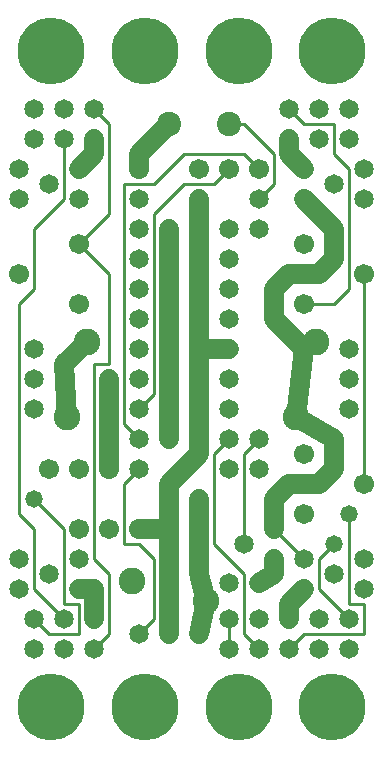
<source format=gtl>
%MOIN*%
%FSLAX25Y25*%
G04 D10 used for Character Trace; *
G04     Circle (OD=.01000) (No hole)*
G04 D11 used for Power Trace; *
G04     Circle (OD=.06700) (No hole)*
G04 D12 used for Signal Trace; *
G04     Circle (OD=.01100) (No hole)*
G04 D13 used for Via; *
G04     Circle (OD=.05800) (Round. Hole ID=.02800)*
G04 D14 used for Component hole; *
G04     Circle (OD=.06500) (Round. Hole ID=.03500)*
G04 D15 used for Component hole; *
G04     Circle (OD=.06700) (Round. Hole ID=.04300)*
G04 D16 used for Component hole; *
G04     Circle (OD=.08100) (Round. Hole ID=.05100)*
G04 D17 used for Component hole; *
G04     Circle (OD=.08900) (Round. Hole ID=.05900)*
G04 D18 used for Component hole; *
G04     Circle (OD=.11300) (Round. Hole ID=.08300)*
G04 D19 used for Component hole; *
G04     Circle (OD=.16000) (Round. Hole ID=.13000)*
G04 D20 used for Component hole; *
G04     Circle (OD=.18300) (Round. Hole ID=.15300)*
G04 D21 used for Component hole; *
G04     Circle (OD=.22291) (Round. Hole ID=.19291)*
%ADD10C,.01000*%
%ADD11C,.06700*%
%ADD12C,.01100*%
%ADD13C,.05800*%
%ADD14C,.06500*%
%ADD15C,.06700*%
%ADD16C,.08100*%
%ADD17C,.08900*%
%ADD18C,.11300*%
%ADD19C,.16000*%
%ADD20C,.18300*%
%ADD21C,.22291*%
%IPPOS*%
%LPD*%
G90*X0Y0D02*D21*X15625Y15625D03*D14*              
X30000Y35000D03*D12*X35000Y40000D01*Y60000D01*    
X30000Y65000D01*Y130000D01*X35000D01*Y160000D01*  
X25000Y170000D01*D15*D03*D12*X35000Y180000D01*    
Y210000D01*X30000Y215000D01*D14*D03*              
X20000Y205000D03*D12*Y185000D01*X10000Y175000D01* 
Y155000D01*X5000Y150000D01*Y80000D01*             
X10000Y75000D01*Y55000D01*X20000Y45000D01*D14*D03*
D12*X15000Y40000D02*X25000D01*X15000D02*          
X10000Y45000D01*D14*D03*X20000Y35000D03*X10000D03*
D12*X20000Y50000D02*X25000D01*Y40000D01*D14*      
X30000Y45000D03*D11*Y55000D01*X25000D01*D14*D03*  
D12*X20000Y50000D02*Y75000D01*X10000Y85000D01*D13*
D03*D15*X15000Y95000D03*X25000Y75000D03*Y95000D03*
D14*X5000Y65000D03*X25000D03*D15*X35000Y75000D03* 
D14*X15000Y60000D03*D15*X35000Y95000D03*D11*      
Y125000D01*D13*D03*D14*X45000Y115000D03*D12*      
X50000Y120000D01*Y180000D01*X60000Y190000D01*     
X70000D01*X75000Y195000D01*D15*D03*D12*X85000D02* 
X80000Y200000D01*D15*X85000Y195000D03*D12*        
Y185000D02*X90000Y190000D01*D14*X85000Y185000D03* 
D12*X90000Y190000D02*Y200000D01*X80000Y210000D01* 
X75000D01*D16*D03*D12*X60000Y200000D02*X80000D01* 
X50000Y190000D02*X60000Y200000D01*                
X40000Y190000D02*X50000D01*X40000Y110000D02*      
Y190000D01*X45000Y105000D02*X40000Y110000D01*D14* 
X45000Y105000D03*D13*X55000D03*D11*Y135000D01*D13*
D03*D11*Y175000D01*D13*D03*D14*X65000Y185000D03*  
D11*Y135000D01*Y100000D01*X55000Y90000D01*        
Y75000D01*Y40000D01*D14*D03*D12*X45000D02*        
X50000Y45000D01*D14*X45000Y40000D03*D12*          
X50000Y45000D02*Y65000D01*X45000Y70000D01*        
X40000D01*Y90000D01*X45000Y95000D01*D14*D03*D15*  
X65000Y75000D03*D11*Y60000D01*D13*D03*D11*        
X67400Y51000D01*D17*D03*D11*X65000Y40000D01*D14*  
D03*X75000Y35000D03*D12*Y45000D01*D14*D03*D12*    
X85000Y35000D02*X80000Y40000D01*D14*              
X85000Y35000D03*D12*X80000Y40000D02*Y60000D01*    
X70000Y70000D01*Y100000D01*X75000Y105000D01*D14*  
D03*D12*X80000Y70000D02*Y100000D01*D14*Y70000D03* 
D11*X85000Y57000D02*X90000Y60000D01*D14*          
X85000Y57000D03*D11*X90000Y60000D02*Y65000D01*D14*
D03*X100000Y55000D03*D11*X95000Y50000D01*         
Y45000D01*D14*D03*D12*Y35000D02*X100000Y40000D01* 
D14*X95000Y35000D03*D12*X100000Y40000D02*         
X120000D01*Y50000D01*X115000D01*Y80000D01*D13*D03*
D11*X95000Y90000D02*X105000D01*X90000Y85000D02*   
X95000Y90000D01*D13*X90000Y85000D03*D11*Y75000D01*
D14*D03*D12*X100000Y65000D01*D14*D03*D12*         
X105000Y55000D02*Y65000D01*X115000Y45000D02*      
X105000Y55000D01*D14*X115000Y45000D03*            
X105000Y35000D03*X120000Y55000D03*                
X105000Y45000D03*X115000Y35000D03*                
X110000Y60000D03*X120000Y65000D03*D12*X105000D02* 
X110000Y70000D01*D13*D03*D15*X100000Y80000D03*    
X120000Y90000D03*D12*Y160000D01*D15*D03*D12*      
X110000Y150000D02*X115000Y155000D01*              
X100000Y150000D02*X110000D01*D15*X100000D03*D11*  
X95000Y160000D02*X105000D01*X90000Y155000D02*     
X95000Y160000D01*X90000Y145000D02*Y155000D01*     
X100000Y135000D02*X90000Y145000D01*               
X97300Y112600D02*X100000Y135000D01*D17*           
X97300Y112600D03*D11*X110000Y105000D01*Y95000D01* 
X105000Y90000D01*D15*X100000Y100000D03*D14*       
X85000Y105000D03*D12*X80000Y100000D01*D14*        
X85000Y95000D03*X75000D03*D13*X65000Y85000D03*D11*
Y75000D01*X45000D02*X55000D01*D15*X45000D03*D17*  
X42600Y57700D03*D14*X75000Y57000D03*              
X85000Y45000D03*X75000Y115000D03*X5000Y55000D03*  
D17*X21000Y112600D03*D11*X20000Y130000D01*        
X27700Y137400D01*D17*D03*D15*X25000Y150000D03*D14*
X10000Y135000D03*Y125000D03*X45000Y155000D03*     
X10000Y115000D03*X45000Y125000D03*Y135000D03*     
Y145000D03*D15*X5000Y160000D03*D14*               
X45000Y165000D03*Y175000D03*D11*X65000Y135000D02* 
X75000D01*D14*D03*Y145000D03*Y125000D03*          
Y155000D03*D12*X100000Y110000D02*X97300Y112600D01*
D14*X115000Y115000D03*Y125000D03*Y135000D03*D17*  
X104000Y137400D03*D11*X100000Y135000D01*D12*      
X115000Y155000D02*Y195000D01*X110000Y200000D01*   
Y210000D01*X100000D01*X95000Y215000D01*D14*D03*   
X105000Y205000D03*Y215000D03*X95000Y205000D03*D11*
Y200000D01*X100000Y195000D01*D14*D03*             
X110000Y190000D03*X100000Y185000D03*D11*          
X110000Y175000D01*Y165000D01*X105000Y160000D01*   
D15*X100000Y170000D03*D14*X85000Y175000D03*       
X120000Y185000D03*X75000Y175000D03*Y165000D03*    
X120000Y195000D03*D15*X65000D03*D14*              
X115000Y205000D03*D16*X55000Y210000D03*D11*       
X45000Y200000D01*Y195000D01*D15*D03*D14*          
Y185000D03*X30000Y205000D03*D11*Y200000D01*       
X25000Y195000D01*D14*D03*Y185000D03*              
X15000Y190000D03*X10000Y205000D03*X5000Y195000D03*
X20000Y215000D03*X5000Y185000D03*X10000Y215000D03*
D21*X46875Y234375D03*X15625D03*X78125D03*         
X109375D03*D14*X115000Y215000D03*D21*             
X46875Y15625D03*X78125D03*X109375D03*M02*         

</source>
